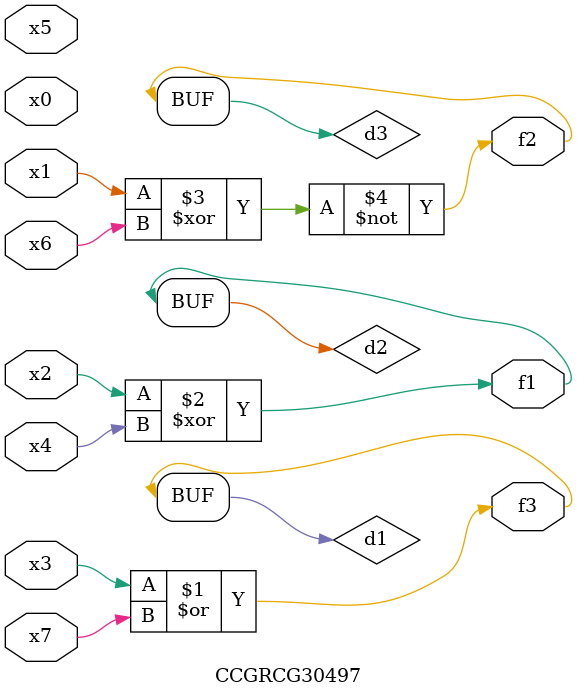
<source format=v>
module CCGRCG30497(
	input x0, x1, x2, x3, x4, x5, x6, x7,
	output f1, f2, f3
);

	wire d1, d2, d3;

	or (d1, x3, x7);
	xor (d2, x2, x4);
	xnor (d3, x1, x6);
	assign f1 = d2;
	assign f2 = d3;
	assign f3 = d1;
endmodule

</source>
